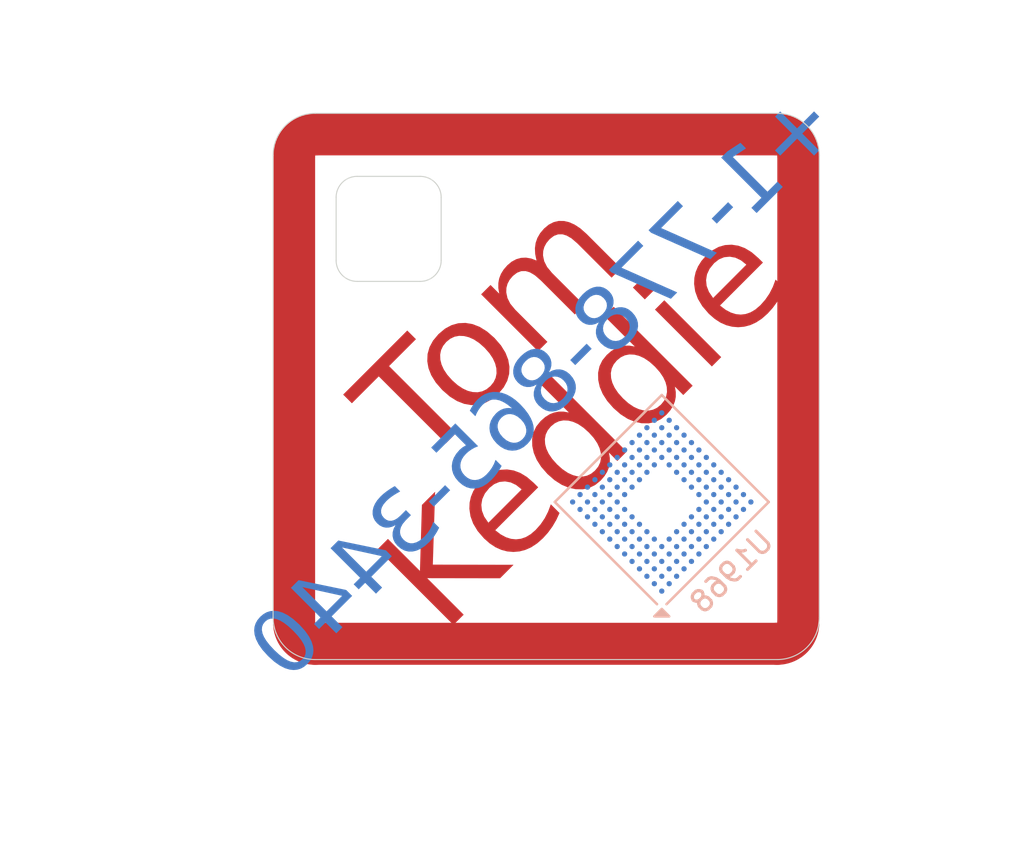
<source format=kicad_pcb>
(kicad_pcb (version 20241229) (generator "pcbnew") (generator_version "9.0")
  (layers (0 "F.Cu" signal) (2 "B.Cu" signal) (13 "F.Paste" user) (15 "B.Paste" user) (5 "F.SilkS" user "F.Silkscreen") (7 "B.SilkS" user "B.Silkscreen") (1 "F.Mask" user) (3 "B.Mask" user) (25 "Edge.Cuts" user))
  (net 0 "")
  (footprint "Package_BGA:BGA-144_7.0x7.0mm_Layout13x13_P0.5mm_Ball0.3mm_Pad0.25mm_NSMD" (layer "B.Cu") (at 68.5 68.5 45)
    (property "Reference" "U1968" (at 0 4.7 45) (layer "B.SilkS") (effects (justify mirror)))
    (property "Value" "BGA-144_7.0x7.0mm_Layout13x13_P0.5mm_Ball0.3mm_Pad0.25mm_NSMD")
    (fp_line (start -3.6 -3.6) (end 3.6 -3.6) (stroke (width 0.12)) (layer "B.SilkS"))
    (fp_line (start -3.6 3.28) (end -3.6 -3.6) (stroke (width 0.12)) (layer "B.SilkS"))
    (fp_line (start 3.6 -3.6) (end 3.6 3.6) (stroke (width 0.12)) (layer "B.SilkS"))
    (fp_line (start 3.6 3.6) (end -3.28 3.6) (stroke (width 0.12)) (layer "B.SilkS"))
    (fp_poly (pts (xy -3.6 3.6) (xy -4.1 3.6) (xy -3.6 4.1) (xy -3.6 3.6)) (stroke (width 0.12)) (fill yes) (layer "B.SilkS"))
    (pad "A1" smd circle (at -3 3 45) (size 0.25 0.25) (property pad_prop_bga) (layers "B.Cu" "B.Mask" "B.Paste"))
    (pad "A2" smd circle (at -2.5 3 45) (size 0.25 0.25) (property pad_prop_bga) (layers "B.Cu" "B.Mask" "B.Paste"))
    (pad "A3" smd circle (at -2 3 45) (size 0.25 0.25) (property pad_prop_bga) (layers "B.Cu" "B.Mask" "B.Paste"))
    (pad "A4" smd circle (at -1.5 3 45) (size 0.25 0.25) (property pad_prop_bga) (layers "B.Cu" "B.Mask" "B.Paste"))
    (pad "A5" smd circle (at -1 3 45) (size 0.25 0.25) (property pad_prop_bga) (layers "B.Cu" "B.Mask" "B.Paste"))
    (pad "A6" smd circle (at -0.5 3 45) (size 0.25 0.25) (property pad_prop_bga) (layers "B.Cu" "B.Mask" "B.Paste"))
    (pad "A7" smd circle (at 0 3 45) (size 0.25 0.25) (property pad_prop_bga) (layers "B.Cu" "B.Mask" "B.Paste"))
    (pad "A8" smd circle (at 0.5 3 45) (size 0.25 0.25) (property pad_prop_bga) (layers "B.Cu" "B.Mask" "B.Paste"))
    (pad "A9" smd circle (at 1 3 45) (size 0.25 0.25) (property pad_prop_bga) (layers "B.Cu" "B.Mask" "B.Paste"))
    (pad "A10" smd circle (at 1.5 3 45) (size 0.25 0.25) (property pad_prop_bga) (layers "B.Cu" "B.Mask" "B.Paste"))
    (pad "A11" smd circle (at 2 3 45) (size 0.25 0.25) (property pad_prop_bga) (layers "B.Cu" "B.Mask" "B.Paste"))
    (pad "A12" smd circle (at 2.5 3 45) (size 0.25 0.25) (property pad_prop_bga) (layers "B.Cu" "B.Mask" "B.Paste"))
    (pad "A13" smd circle (at 3 3 45) (size 0.25 0.25) (property pad_prop_bga) (layers "B.Cu" "B.Mask" "B.Paste"))
    (pad "B1" smd circle (at -3 2.5 45) (size 0.25 0.25) (property pad_prop_bga) (layers "B.Cu" "B.Mask" "B.Paste"))
    (pad "B2" smd circle (at -2.5 2.5 45) (size 0.25 0.25) (property pad_prop_bga) (layers "B.Cu" "B.Mask" "B.Paste"))
    (pad "B3" smd circle (at -2.000001 2.5 45) (size 0.25 0.25) (property pad_prop_bga) (layers "B.Cu" "B.Mask" "B.Paste"))
    (pad "B4" smd circle (at -1.5 2.5 45) (size 0.25 0.25) (property pad_prop_bga) (layers "B.Cu" "B.Mask" "B.Paste"))
    (pad "B5" smd circle (at -1 2.5 45) (size 0.25 0.25) (property pad_prop_bga) (layers "B.Cu" "B.Mask" "B.Paste"))
    (pad "B6" smd circle (at -0.499999 2.5 45) (size 0.25 0.25) (property pad_prop_bga) (layers "B.Cu" "B.Mask" "B.Paste"))
    (pad "B7" smd circle (at 0 2.5 45) (size 0.25 0.25) (property pad_prop_bga) (layers "B.Cu" "B.Mask" "B.Paste"))
    (pad "B8" smd circle (at 0.499999 2.5 45) (size 0.25 0.25) (property pad_prop_bga) (layers "B.Cu" "B.Mask" "B.Paste"))
    (pad "B9" smd circle (at 1 2.5 45) (size 0.25 0.25) (property pad_prop_bga) (layers "B.Cu" "B.Mask" "B.Paste"))
    (pad "B10" smd circle (at 1.5 2.5 45) (size 0.25 0.25) (property pad_prop_bga) (layers "B.Cu" "B.Mask" "B.Paste"))
    (pad "B11" smd circle (at 2.000001 2.5 45) (size 0.25 0.25) (property pad_prop_bga) (layers "B.Cu" "B.Mask" "B.Paste"))
    (pad "B12" smd circle (at 2.5 2.5 45) (size 0.25 0.25) (property pad_prop_bga) (layers "B.Cu" "B.Mask" "B.Paste"))
    (pad "B13" smd circle (at 3 2.5 45) (size 0.25 0.25) (property pad_prop_bga) (layers "B.Cu" "B.Mask" "B.Paste"))
    (pad "C1" smd circle (at -3 2 45) (size 0.25 0.25) (property pad_prop_bga) (layers "B.Cu" "B.Mask" "B.Paste"))
    (pad "C2" smd circle (at -2.5 2.000001 45) (size 0.25 0.25) (property pad_prop_bga) (layers "B.Cu" "B.Mask" "B.Paste"))
    (pad "C3" smd circle (at -2 2 45) (size 0.25 0.25) (property pad_prop_bga) (layers "B.Cu" "B.Mask" "B.Paste"))
    (pad "C4" smd circle (at -1.5 2 45) (size 0.25 0.25) (property pad_prop_bga) (layers "B.Cu" "B.Mask" "B.Paste"))
    (pad "C5" smd circle (at -1 2 45) (size 0.25 0.25) (property pad_prop_bga) (layers "B.Cu" "B.Mask" "B.Paste"))
    (pad "C6" smd circle (at -0.5 2 45) (size 0.25 0.25) (property pad_prop_bga) (layers "B.Cu" "B.Mask" "B.Paste"))
    (pad "C7" smd circle (at 0 2.000001 45) (size 0.25 0.25) (property pad_prop_bga) (layers "B.Cu" "B.Mask" "B.Paste"))
    (pad "C8" smd circle (at 0.5 2 45) (size 0.25 0.25) (property pad_prop_bga) (layers "B.Cu" "B.Mask" "B.Paste"))
    (pad "C9" smd circle (at 1 2 45) (size 0.25 0.25) (property pad_prop_bga) (layers "B.Cu" "B.Mask" "B.Paste"))
    (pad "C10" smd circle (at 1.5 2 45) (size 0.25 0.25) (property pad_prop_bga) (layers "B.Cu" "B.Mask" "B.Paste"))
    (pad "C11" smd circle (at 2 2 45) (size 0.25 0.25) (property pad_prop_bga) (layers "B.Cu" "B.Mask" "B.Paste"))
    (pad "C12" smd circle (at 2.5 2.000001 45) (size 0.25 0.25) (property pad_prop_bga) (layers "B.Cu" "B.Mask" "B.Paste"))
    (pad "C13" smd circle (at 3 2 45) (size 0.25 0.25) (property pad_prop_bga) (layers "B.Cu" "B.Mask" "B.Paste"))
    (pad "D1" smd circle (at -3 1.5 45) (size 0.25 0.25) (property pad_prop_bga) (layers "B.Cu" "B.Mask" "B.Paste"))
    (pad "D2" smd circle (at -2.5 1.5 45) (size 0.25 0.25) (property pad_prop_bga) (layers "B.Cu" "B.Mask" "B.Paste"))
    (pad "D3" smd circle (at -2 1.5 45) (size 0.25 0.25) (property pad_prop_bga) (layers "B.Cu" "B.Mask" "B.Paste"))
    (pad "D4" smd circle (at -1.5 1.5 45) (size 0.25 0.25) (property pad_prop_bga) (layers "B.Cu" "B.Mask" "B.Paste"))
    (pad "D5" smd circle (at -1 1.5 45) (size 0.25 0.25) (property pad_prop_bga) (layers "B.Cu" "B.Mask" "B.Paste"))
    (pad "D6" smd circle (at -0.5 1.5 45) (size 0.25 0.25) (property pad_prop_bga) (layers "B.Cu" "B.Mask" "B.Paste"))
    (pad "D7" smd circle (at 0 1.5 45) (size 0.25 0.25) (property pad_prop_bga) (layers "B.Cu" "B.Mask" "B.Paste"))
    (pad "D8" smd circle (at 0.5 1.5 45) (size 0.25 0.25) (property pad_prop_bga) (layers "B.Cu" "B.Mask" "B.Paste"))
    (pad "D9" smd circle (at 1 1.5 45) (size 0.25 0.25) (property pad_prop_bga) (layers "B.Cu" "B.Mask" "B.Paste"))
    (pad "D10" smd circle (at 1.5 1.5 45) (size 0.25 0.25) (property pad_prop_bga) (layers "B.Cu" "B.Mask" "B.Paste"))
    (pad "D11" smd circle (at 2 1.5 45) (size 0.25 0.25) (property pad_prop_bga) (layers "B.Cu" "B.Mask" "B.Paste"))
    (pad "D12" smd circle (at 2.5 1.5 45) (size 0.25 0.25) (property pad_prop_bga) (layers "B.Cu" "B.Mask" "B.Paste"))
    (pad "D13" smd circle (at 3 1.5 45) (size 0.25 0.25) (property pad_prop_bga) (layers "B.Cu" "B.Mask" "B.Paste"))
    (pad "E1" smd circle (at -3 1 45) (size 0.25 0.25) (property pad_prop_bga) (layers "B.Cu" "B.Mask" "B.Paste"))
    (pad "E2" smd circle (at -2.5 1 45) (size 0.25 0.25) (property pad_prop_bga) (layers "B.Cu" "B.Mask" "B.Paste"))
    (pad "E3" smd circle (at -2 1 45) (size 0.25 0.25) (property pad_prop_bga) (layers "B.Cu" "B.Mask" "B.Paste"))
    (pad "E4" smd circle (at -1.5 1 45) (size 0.25 0.25) (property pad_prop_bga) (layers "B.Cu" "B.Mask" "B.Paste"))
    (pad "E10" smd circle (at 1.5 1 45) (size 0.25 0.25) (property pad_prop_bga) (layers "B.Cu" "B.Mask" "B.Paste"))
    (pad "E11" smd circle (at 2 1 45) (size 0.25 0.25) (property pad_prop_bga) (layers "B.Cu" "B.Mask" "B.Paste"))
    (pad "E12" smd circle (at 2.5 1 45) (size 0.25 0.25) (property pad_prop_bga) (layers "B.Cu" "B.Mask" "B.Paste"))
    (pad "E13" smd circle (at 3 1 45) (size 0.25 0.25) (property pad_prop_bga) (layers "B.Cu" "B.Mask" "B.Paste"))
    (pad "F1" smd circle (at -3 0.5 45) (size 0.25 0.25) (property pad_prop_bga) (layers "B.Cu" "B.Mask" "B.Paste"))
    (pad "F2" smd circle (at -2.5 0.499999 45) (size 0.25 0.25) (property pad_prop_bga) (layers "B.Cu" "B.Mask" "B.Paste"))
    (pad "F3" smd circle (at -2 0.5 45) (size 0.25 0.25) (property pad_prop_bga) (layers "B.Cu" "B.Mask" "B.Paste"))
    (pad "F4" smd circle (at -1.5 0.5 45) (size 0.25 0.25) (property pad_prop_bga) (layers "B.Cu" "B.Mask" "B.Paste"))
    (pad "F10" smd circle (at 1.5 0.5 45) (size 0.25 0.25) (property pad_prop_bga) (layers "B.Cu" "B.Mask" "B.Paste"))
    (pad "F11" smd circle (at 2 0.5 45) (size 0.25 0.25) (property pad_prop_bga) (layers "B.Cu" "B.Mask" "B.Paste"))
    (pad "F12" smd circle (at 2.5 0.499999 45) (size 0.25 0.25) (property pad_prop_bga) (layers "B.Cu" "B.Mask" "B.Paste"))
    (pad "F13" smd circle (at 3 0.5 45) (size 0.25 0.25) (property pad_prop_bga) (layers "B.Cu" "B.Mask" "B.Paste"))
    (pad "G1" smd circle (at -3 0 45) (size 0.25 0.25) (property pad_prop_bga) (layers "B.Cu" "B.Mask" "B.Paste"))
    (pad "G2" smd circle (at -2.5 0 45) (size 0.25 0.25) (property pad_prop_bga) (layers "B.Cu" "B.Mask" "B.Paste"))
    (pad "G3" smd circle (at -2.000001 0 45) (size 0.25 0.25) (property pad_prop_bga) (layers "B.Cu" "B.Mask" "B.Paste"))
    (pad "G4" smd circle (at -1.5 0 45) (size 0.25 0.25) (property pad_prop_bga) (layers "B.Cu" "B.Mask" "B.Paste"))
    (pad "G10" smd circle (at 1.5 0 45) (size 0.25 0.25) (property pad_prop_bga) (layers "B.Cu" "B.Mask" "B.Paste"))
    (pad "G11" smd circle (at 2.000001 0 45) (size 0.25 0.25) (property pad_prop_bga) (layers "B.Cu" "B.Mask" "B.Paste"))
    (pad "G12" smd circle (at 2.5 0 45) (size 0.25 0.25) (property pad_prop_bga) (layers "B.Cu" "B.Mask" "B.Paste"))
    (pad "G13" smd circle (at 3 0 45) (size 0.25 0.25) (property pad_prop_bga) (layers "B.Cu" "B.Mask" "B.Paste"))
    (pad "H1" smd circle (at -3 -0.5 45) (size 0.25 0.25) (property pad_prop_bga) (layers "B.Cu" "B.Mask" "B.Paste"))
    (pad "H2" smd circle (at -2.5 -0.499999 45) (size 0.25 0.25) (property pad_prop_bga) (layers "B.Cu" "B.Mask" "B.Paste"))
    (pad "H3" smd circle (at -2 -0.5 45) (size 0.25 0.25) (property pad_prop_bga) (layers "B.Cu" "B.Mask" "B.Paste"))
    (pad "H4" smd circle (at -1.5 -0.5 45) (size 0.25 0.25) (property pad_prop_bga) (layers "B.Cu" "B.Mask" "B.Paste"))
    (pad "H10" smd circle (at 1.5 -0.5 45) (size 0.25 0.25) (property pad_prop_bga) (layers "B.Cu" "B.Mask" "B.Paste"))
    (pad "H11" smd circle (at 2 -0.5 45) (size 0.25 0.25) (property pad_prop_bga) (layers "B.Cu" "B.Mask" "B.Paste"))
    (pad "H12" smd circle (at 2.5 -0.499999 45) (size 0.25 0.25) (property pad_prop_bga) (layers "B.Cu" "B.Mask" "B.Paste"))
    (pad "H13" smd circle (at 3 -0.5 45) (size 0.25 0.25) (property pad_prop_bga) (layers "B.Cu" "B.Mask" "B.Paste"))
    (pad "J1" smd circle (at -3 -1 45) (size 0.25 0.25) (property pad_prop_bga) (layers "B.Cu" "B.Mask" "B.Paste"))
    (pad "J2" smd circle (at -2.5 -1 45) (size 0.25 0.25) (property pad_prop_bga) (layers "B.Cu" "B.Mask" "B.Paste"))
    (pad "J3" smd circle (at -2 -1 45) (size 0.25 0.25) (property pad_prop_bga) (layers "B.Cu" "B.Mask" "B.Paste"))
    (pad "J4" smd circle (at -1.5 -1 45) (size 0.25 0.25) (property pad_prop_bga) (layers "B.Cu" "B.Mask" "B.Paste"))
    (pad "J10" smd circle (at 1.5 -1 45) (size 0.25 0.25) (property pad_prop_bga) (layers "B.Cu" "B.Mask" "B.Paste"))
    (pad "J11" smd circle (at 2 -1 45) (size 0.25 0.25) (property pad_prop_bga) (layers "B.Cu" "B.Mask" "B.Paste"))
    (pad "J12" smd circle (at 2.5 -1 45) (size 0.25 0.25) (property pad_prop_bga) (layers "B.Cu" "B.Mask" "B.Paste"))
    (pad "J13" smd circle (at 3 -1 45) (size 0.25 0.25) (property pad_prop_bga) (layers "B.Cu" "B.Mask" "B.Paste"))
    (pad "K1" smd circle (at -3 -1.5 45) (size 0.25 0.25) (property pad_prop_bga) (layers "B.Cu" "B.Mask" "B.Paste"))
    (pad "K2" smd circle (at -2.5 -1.5 45) (size 0.25 0.25) (property pad_prop_bga) (layers "B.Cu" "B.Mask" "B.Paste"))
    (pad "K3" smd circle (at -2 -1.5 45) (size 0.25 0.25) (property pad_prop_bga) (layers "B.Cu" "B.Mask" "B.Paste"))
    (pad "K4" smd circle (at -1.5 -1.5 45) (size 0.25 0.25) (property pad_prop_bga) (layers "B.Cu" "B.Mask" "B.Paste"))
    (pad "K5" smd circle (at -1 -1.5 45) (size 0.25 0.25) (property pad_prop_bga) (layers "B.Cu" "B.Mask" "B.Paste"))
    (pad "K6" smd circle (at -0.5 -1.5 45) (size 0.25 0.25) (property pad_prop_bga) (layers "B.Cu" "B.Mask" "B.Paste"))
    (pad "K7" smd circle (at 0 -1.5 45) (size 0.25 0.25) (property pad_prop_bga) (layers "B.Cu" "B.Mask" "B.Paste"))
    (pad "K8" smd circle (at 0.5 -1.5 45) (size 0.25 0.25) (property pad_prop_bga) (layers "B.Cu" "B.Mask" "B.Paste"))
    (pad "K9" smd circle (at 1 -1.5 45) (size 0.25 0.25) (property pad_prop_bga) (layers "B.Cu" "B.Mask" "B.Paste"))
    (pad "K10" smd circle (at 1.5 -1.5 45) (size 0.25 0.25) (property pad_prop_bga) (layers "B.Cu" "B.Mask" "B.Paste"))
    (pad "K11" smd circle (at 2 -1.5 45) (size 0.25 0.25) (property pad_prop_bga) (layers "B.Cu" "B.Mask" "B.Paste"))
    (pad "K12" smd circle (at 2.5 -1.5 45) (size 0.25 0.25) (property pad_prop_bga) (layers "B.Cu" "B.Mask" "B.Paste"))
    (pad "K13" smd circle (at 3 -1.5 45) (size 0.25 0.25) (property pad_prop_bga) (layers "B.Cu" "B.Mask" "B.Paste"))
    (pad "L1" smd circle (at -3 -2 45) (size 0.25 0.25) (property pad_prop_bga) (layers "B.Cu" "B.Mask" "B.Paste"))
    (pad "L2" smd circle (at -2.5 -2.000001 45) (size 0.25 0.25) (property pad_prop_bga) (layers "B.Cu" "B.Mask" "B.Paste"))
    (pad "L3" smd circle (at -2 -2 45) (size 0.25 0.25) (property pad_prop_bga) (layers "B.Cu" "B.Mask" "B.Paste"))
    (pad "L4" smd circle (at -1.5 -2 45) (size 0.25 0.25) (property pad_prop_bga) (layers "B.Cu" "B.Mask" "B.Paste"))
    (pad "L5" smd circle (at -1 -2 45) (size 0.25 0.25) (property pad_prop_bga) (layers "B.Cu" "B.Mask" "B.Paste"))
    (pad "L6" smd circle (at -0.5 -2 45) (size 0.25 0.25) (property pad_prop_bga) (layers "B.Cu" "B.Mask" "B.Paste"))
    (pad "L7" smd circle (at 0 -2.000001 45) (size 0.25 0.25) (property pad_prop_bga) (layers "B.Cu" "B.Mask" "B.Paste"))
    (pad "L8" smd circle (at 0.5 -2 45) (size 0.25 0.25) (property pad_prop_bga) (layers "B.Cu" "B.Mask" "B.Paste"))
    (pad "L9" smd circle (at 1 -2 45) (size 0.25 0.25) (property pad_prop_bga) (layers "B.Cu" "B.Mask" "B.Paste"))
    (pad "L10" smd circle (at 1.5 -2 45) (size 0.25 0.25) (property pad_prop_bga) (layers "B.Cu" "B.Mask" "B.Paste"))
    (pad "L11" smd circle (at 2 -2 45) (size 0.25 0.25) (property pad_prop_bga) (layers "B.Cu" "B.Mask" "B.Paste"))
    (pad "L12" smd circle (at 2.5 -2.000001 45) (size 0.25 0.25) (property pad_prop_bga) (layers "B.Cu" "B.Mask" "B.Paste"))
    (pad "L13" smd circle (at 3 -2 45) (size 0.25 0.25) (property pad_prop_bga) (layers "B.Cu" "B.Mask" "B.Paste"))
    (pad "M1" smd circle (at -3 -2.5 45) (size 0.25 0.25) (property pad_prop_bga) (layers "B.Cu" "B.Mask" "B.Paste"))
    (pad "M2" smd circle (at -2.5 -2.5 45) (size 0.25 0.25) (property pad_prop_bga) (layers "B.Cu" "B.Mask" "B.Paste"))
    (pad "M3" smd circle (at -2.000001 -2.5 45) (size 0.25 0.25) (property pad_prop_bga) (layers "B.Cu" "B.Mask" "B.Paste"))
    (pad "M4" smd circle (at -1.5 -2.5 45) (size 0.25 0.25) (property pad_prop_bga) (layers "B.Cu" "B.Mask" "B.Paste"))
    (pad "M5" smd circle (at -1 -2.5 45) (size 0.25 0.25) (property pad_prop_bga) (layers "B.Cu" "B.Mask" "B.Paste"))
    (pad "M6" smd circle (at -0.499999 -2.5 45) (size 0.25 0.25) (property pad_prop_bga) (layers "B.Cu" "B.Mask" "B.Paste"))
    (pad "M7" smd circle (at 0 -2.5 45) (size 0.25 0.25) (property pad_prop_bga) (layers "B.Cu" "B.Mask" "B.Paste"))
    (pad "M8" smd circle (at 0.499999 -2.5 45) (size 0.25 0.25) (property pad_prop_bga) (layers "B.Cu" "B.Mask" "B.Paste"))
    (pad "M9" smd circle (at 1 -2.5 45) (size 0.25 0.25) (property pad_prop_bga) (layers "B.Cu" "B.Mask" "B.Paste"))
    (pad "M10" smd circle (at 1.5 -2.5 45) (size 0.25 0.25) (property pad_prop_bga) (layers "B.Cu" "B.Mask" "B.Paste"))
    (pad "M11" smd circle (at 2.000001 -2.5 45) (size 0.25 0.25) (property pad_prop_bga) (layers "B.Cu" "B.Mask" "B.Paste"))
    (pad "M12" smd circle (at 2.5 -2.5 45) (size 0.25 0.25) (property pad_prop_bga) (layers "B.Cu" "B.Mask" "B.Paste"))
    (pad "M13" smd circle (at 3 -2.5 45) (size 0.25 0.25) (property pad_prop_bga) (layers "B.Cu" "B.Mask" "B.Paste"))
    (pad "N1" smd circle (at -3 -3 45) (size 0.25 0.25) (property pad_prop_bga) (layers "B.Cu" "B.Mask" "B.Paste"))
    (pad "N2" smd circle (at -2.5 -3 45) (size 0.25 0.25) (property pad_prop_bga) (layers "B.Cu" "B.Mask" "B.Paste"))
    (pad "N3" smd circle (at -2 -3 45) (size 0.25 0.25) (property pad_prop_bga) (layers "B.Cu" "B.Mask" "B.Paste"))
    (pad "N4" smd circle (at -1.5 -3 45) (size 0.25 0.25) (property pad_prop_bga) (layers "B.Cu" "B.Mask" "B.Paste"))
    (pad "N5" smd circle (at -1 -3 45) (size 0.25 0.25) (property pad_prop_bga) (layers "B.Cu" "B.Mask" "B.Paste"))
    (pad "N6" smd circle (at -0.5 -3 45) (size 0.25 0.25) (property pad_prop_bga) (layers "B.Cu" "B.Mask" "B.Paste"))
    (pad "N7" smd circle (at 0 -3 45) (size 0.25 0.25) (property pad_prop_bga) (layers "B.Cu" "B.Mask" "B.Paste"))
    (pad "N8" smd circle (at 0.5 -3 45) (size 0.25 0.25) (property pad_prop_bga) (layers "B.Cu" "B.Mask" "B.Paste"))
    (pad "N9" smd circle (at 1 -3 45) (size 0.25 0.25) (property pad_prop_bga) (layers "B.Cu" "B.Mask" "B.Paste"))
    (pad "N10" smd circle (at 1.5 -3 45) (size 0.25 0.25) (property pad_prop_bga) (layers "B.Cu" "B.Mask" "B.Paste"))
    (pad "N11" smd circle (at 2 -3 45) (size 0.25 0.25) (property pad_prop_bga) (layers "B.Cu" "B.Mask" "B.Paste"))
    (pad "N12" smd circle (at 2.5 -3 45) (size 0.25 0.25) (property pad_prop_bga) (layers "B.Cu" "B.Mask" "B.Paste"))
    (pad "N13" smd circle (at 3 -3 45) (size 0.25 0.25) (property pad_prop_bga) (layers "B.Cu" "B.Mask" "B.Paste"))
  )
  (gr_arc (start 52 75.25) (mid 51.292893 74.957107) (end 51 74.25) (stroke (width 2)) (layer "F.Cu"))
  (gr_line (start 52 51) (end 74 51) (stroke (width 2)) (layer "F.Cu"))
  (gr_arc (start 74 51) (mid 74.707107 51.292893) (end 75 52) (stroke (width 2)) (layer "F.Cu"))
  (gr_arc (start 75 74.25) (mid 74.707107 74.957107) (end 74 75.25) (stroke (width 2)) (layer "F.Cu"))
  (gr_arc (start 51 52) (mid 51.292893 51.292893) (end 52 51) (stroke (width 2)) (layer "F.Cu"))
  (gr_line (start 74 75.25) (end 52 75.25) (stroke (width 2)) (layer "F.Cu"))
  (gr_line (start 75 52) (end 75 74.25) (stroke (width 2)) (layer "F.Cu"))
  (gr_line (start 51 74.25) (end 51 52) (stroke (width 2)) (layer "F.Cu"))
  (gr_arc (start 52 76) (mid 50.585786 75.414214) (end 50 74) (stroke (width 0.05)) (layer "Edge.Cuts"))
  (gr_line (start 74 76) (end 52 76) (stroke (width 0.05)) (layer "Edge.Cuts"))
  (gr_line (start 58 54) (end 58 57) (stroke (width 0.05)) (layer "Edge.Cuts"))
  (gr_line (start 52 50) (end 74 50) (stroke (width 0.05)) (layer "Edge.Cuts"))
  (gr_arc (start 76 74) (mid 75.414214 75.414214) (end 74 76) (stroke (width 0.05)) (layer "Edge.Cuts"))
  (gr_arc (start 50 52) (mid 50.585786 50.585786) (end 52 50) (stroke (width 0.05)) (layer "Edge.Cuts"))
  (gr_arc (start 57 53) (mid 57.707107 53.292893) (end 58 54) (stroke (width 0.05)) (layer "Edge.Cuts"))
  (gr_line (start 53 57) (end 53 54) (stroke (width 0.05)) (layer "Edge.Cuts"))
  (gr_line (start 76 52) (end 76 74) (stroke (width 0.05)) (layer "Edge.Cuts"))
  (gr_line (start 57 58) (end 54 58) (stroke (width 0.05)) (layer "Edge.Cuts"))
  (gr_line (start 50 74) (end 50 52) (stroke (width 0.05)) (layer "Edge.Cuts"))
  (gr_arc (start 58 57) (mid 57.707107 57.707107) (end 57 58) (stroke (width 0.05)) (layer "Edge.Cuts"))
  (gr_arc (start 54 58) (mid 53.292893 57.707107) (end 53 57) (stroke (width 0.05)) (layer "Edge.Cuts"))
  (gr_line (start 54 53) (end 57 53) (stroke (width 0.05)) (layer "Edge.Cuts"))
  (gr_arc (start 74 50) (mid 75.414214 50.585786) (end 76 52) (stroke (width 0.05)) (layer "Edge.Cuts"))
  (gr_arc (start 53 54) (mid 53.292893 53.292893) (end 54 53) (stroke (width 0.05)) (layer "Edge.Cuts"))
  (gr_text "Tom" (at 60.5 60.5 45) (layer "F.Cu") (effects (font (size 5 5))))
  (gr_text "Keddie" (at 65 65 45) (layer "F.Cu") (effects (font (size 5 5))))
  (gr_text "+1-778-865-3440" (at 63 63 45) (layer "B.Cu") (effects (font (size 3 3)) (justify mirror)))
)
</source>
